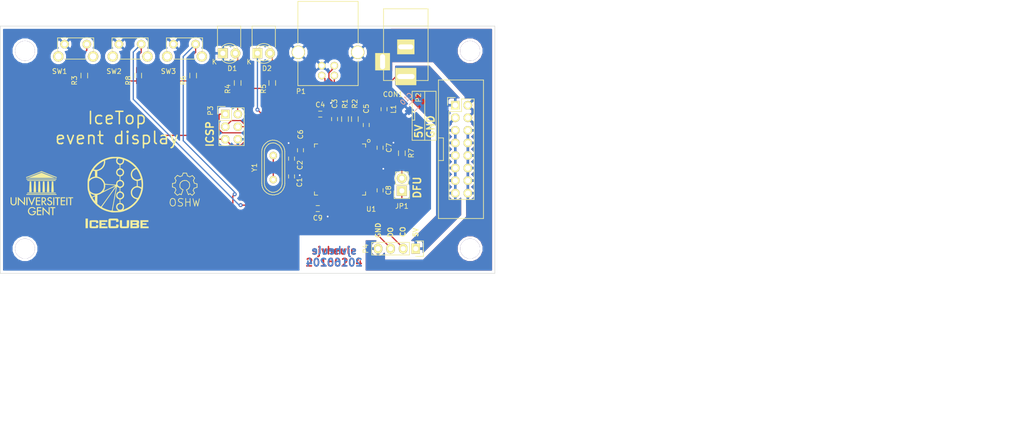
<source format=kicad_pcb>
(kicad_pcb (version 4) (host pcbnew 4.0.1-3.201512221402+6198~38~ubuntu14.04.1-stable)
  (title_block (title pocket-icetop) (date 2016-02-04) (rev 2) (company "Universiteit Gent") (comment 1 "Vakgroep Fysica en Sterrenkunde") (comment 2 "Sander Vanheule"))
  (layers (0 F.Cu signal) (31 B.Cu signal) (34 B.Paste user) (35 F.Paste user) (36 B.SilkS user) (37 F.SilkS user) (38 B.Mask user) (39 F.Mask user) (44 Edge.Cuts user))
  (net 0 "")
  (net 1 GND)
  (net 2 "Net-(C3-Pad1)")
  (net 3 "Net-(C4-Pad2)")
  (net 4 VCC)
  (net 5 "Net-(D1-Pad2)")
  (net 6 "Net-(D2-Pad1)")
  (net 7 "Net-(D2-Pad2)")
  (net 8 "Net-(JP1-Pad1)")
  (net 9 "Net-(JP1-Pad2)")
  (net 10 /MISO)
  (net 11 /SCK)
  (net 12 /MOSI)
  (net 13 /RESET)
  (net 14 LED_clk)
  (net 15 LED_dat)
  (net 16 /DEMO2)
  (net 17 /DEMO1)
  (net 18 "Net-(U1-Pad1)")
  (net 19 "Net-(U1-Pad12)")
  (net 20 "Net-(U1-Pad20)")
  (net 21 "Net-(U1-Pad25)")
  (net 22 "Net-(U1-Pad26)")
  (net 23 "Net-(U1-Pad27)")
  (net 24 "Net-(U1-Pad28)")
  (net 25 "Net-(U1-Pad29)")
  (net 26 "Net-(U1-Pad30)")
  (net 27 "Net-(U1-Pad31)")
  (net 28 "Net-(U1-Pad32)")
  (net 29 "Net-(U1-Pad36)")
  (net 30 "Net-(U1-Pad37)")
  (net 31 "Net-(U1-Pad38)")
  (net 32 "Net-(U1-Pad39)")
  (net 33 "Net-(U1-Pad40)")
  (net 34 "Net-(U1-Pad41)")
  (net 35 "Net-(U1-Pad42)")
  (net 36 /D+)
  (net 37 /D-)
  (net 38 /CONN-)
  (net 39 /CONN+)
  (net 40 /XTAL+)
  (net 41 /XTAL-)
  (net 42 +5VD)
  (module Housings_QFP:TQFP-44_10x10mm_Pitch0.8mm (layer F.Cu) (at 110.7 71 270)
    (fp_text reference U1 (at 8 -6.3 360) (layer F.SilkS))
    (fp_text value ATMEGA32U4-A)
    (pad 1 smd rect (at -5.7 -4 270) (size 1.5 0.55) (layers F.Cu F.Paste F.Mask) (net 18 "Net-(U1-Pad1)"))
    (pad 2 smd rect (at -5.7 -3.2 270) (size 1.5 0.55) (layers F.Cu F.Paste F.Mask) (net 42 +5VD))
    (pad 3 smd rect (at -5.7 -2.4 270) (size 1.5 0.55) (layers F.Cu F.Paste F.Mask) (net 37 /D-))
    (pad 4 smd rect (at -5.7 -1.6 270) (size 1.5 0.55) (layers F.Cu F.Paste F.Mask) (net 36 /D+))
    (pad 5 smd rect (at -5.7 -0.8 270) (size 1.5 0.55) (layers F.Cu F.Paste F.Mask) (net 1 GND))
    (pad 6 smd rect (at -5.7 0 270) (size 1.5 0.55) (layers F.Cu F.Paste F.Mask) (net 2 "Net-(C3-Pad1)"))
    (pad 7 smd rect (at -5.7 0.8 270) (size 1.5 0.55) (layers F.Cu F.Paste F.Mask) (net 3 "Net-(C4-Pad2)"))
    (pad 8 smd rect (at -5.7 1.6 270) (size 1.5 0.55) (layers F.Cu F.Paste F.Mask) (net 6 "Net-(D2-Pad1)"))
    (pad 9 smd rect (at -5.7 2.4 270) (size 1.5 0.55) (layers F.Cu F.Paste F.Mask) (net 11 /SCK))
    (pad 10 smd rect (at -5.7 3.2 270) (size 1.5 0.55) (layers F.Cu F.Paste F.Mask) (net 12 /MOSI))
    (pad 11 smd rect (at -5.7 4 270) (size 1.5 0.55) (layers F.Cu F.Paste F.Mask) (net 10 /MISO))
    (pad 12 smd rect (at -4 5.7) (size 1.5 0.55) (layers F.Cu F.Paste F.Mask) (net 19 "Net-(U1-Pad12)"))
    (pad 13 smd rect (at -3.2 5.7) (size 1.5 0.55) (layers F.Cu F.Paste F.Mask) (net 13 /RESET))
    (pad 14 smd rect (at -2.4 5.7) (size 1.5 0.55) (layers F.Cu F.Paste F.Mask) (net 42 +5VD))
    (pad 15 smd rect (at -1.6 5.7) (size 1.5 0.55) (layers F.Cu F.Paste F.Mask) (net 1 GND))
    (pad 16 smd rect (at -0.8 5.7) (size 1.5 0.55) (layers F.Cu F.Paste F.Mask) (net 41 /XTAL-))
    (pad 17 smd rect (at 0 5.7) (size 1.5 0.55) (layers F.Cu F.Paste F.Mask) (net 40 /XTAL+))
    (pad 18 smd rect (at 0.8 5.7) (size 1.5 0.55) (layers F.Cu F.Paste F.Mask) (net 17 /DEMO1))
    (pad 19 smd rect (at 1.6 5.7) (size 1.5 0.55) (layers F.Cu F.Paste F.Mask) (net 16 /DEMO2))
    (pad 20 smd rect (at 2.4 5.7) (size 1.5 0.55) (layers F.Cu F.Paste F.Mask) (net 20 "Net-(U1-Pad20)"))
    (pad 21 smd rect (at 3.2 5.7) (size 1.5 0.55) (layers F.Cu F.Paste F.Mask) (net 15 LED_dat))
    (pad 22 smd rect (at 4 5.7) (size 1.5 0.55) (layers F.Cu F.Paste F.Mask) (net 14 LED_clk))
    (pad 23 smd rect (at 5.7 4 270) (size 1.5 0.55) (layers F.Cu F.Paste F.Mask) (net 1 GND))
    (pad 24 smd rect (at 5.7 3.2 270) (size 1.5 0.55) (layers F.Cu F.Paste F.Mask) (net 42 +5VD))
    (pad 25 smd rect (at 5.7 2.4 270) (size 1.5 0.55) (layers F.Cu F.Paste F.Mask) (net 21 "Net-(U1-Pad25)"))
    (pad 26 smd rect (at 5.7 1.6 270) (size 1.5 0.55) (layers F.Cu F.Paste F.Mask) (net 22 "Net-(U1-Pad26)"))
    (pad 27 smd rect (at 5.7 0.8 270) (size 1.5 0.55) (layers F.Cu F.Paste F.Mask) (net 23 "Net-(U1-Pad27)"))
    (pad 28 smd rect (at 5.7 0 270) (size 1.5 0.55) (layers F.Cu F.Paste F.Mask) (net 24 "Net-(U1-Pad28)"))
    (pad 29 smd rect (at 5.7 -0.8 270) (size 1.5 0.55) (layers F.Cu F.Paste F.Mask) (net 25 "Net-(U1-Pad29)"))
    (pad 30 smd rect (at 5.7 -1.6 270) (size 1.5 0.55) (layers F.Cu F.Paste F.Mask) (net 26 "Net-(U1-Pad30)"))
    (pad 31 smd rect (at 5.7 -2.4 270) (size 1.5 0.55) (layers F.Cu F.Paste F.Mask) (net 27 "Net-(U1-Pad31)"))
    (pad 32 smd rect (at 5.7 -3.2 270) (size 1.5 0.55) (layers F.Cu F.Paste F.Mask) (net 28 "Net-(U1-Pad32)"))
    (pad 33 smd rect (at 5.7 -4 270) (size 1.5 0.55) (layers F.Cu F.Paste F.Mask) (net 8 "Net-(JP1-Pad1)"))
    (pad 34 smd rect (at 4 -5.7) (size 1.5 0.55) (layers F.Cu F.Paste F.Mask) (net 42 +5VD))
    (pad 35 smd rect (at 3.2 -5.7) (size 1.5 0.55) (layers F.Cu F.Paste F.Mask) (net 1 GND))
    (pad 36 smd rect (at 2.4 -5.7) (size 1.5 0.55) (layers F.Cu F.Paste F.Mask) (net 29 "Net-(U1-Pad36)"))
    (pad 37 smd rect (at 1.6 -5.7) (size 1.5 0.55) (layers F.Cu F.Paste F.Mask) (net 30 "Net-(U1-Pad37)"))
    (pad 38 smd rect (at 0.8 -5.7) (size 1.5 0.55) (layers F.Cu F.Paste F.Mask) (net 31 "Net-(U1-Pad38)"))
    (pad 39 smd rect (at 0 -5.7) (size 1.5 0.55) (layers F.Cu F.Paste F.Mask) (net 32 "Net-(U1-Pad39)"))
    (pad 40 smd rect (at -0.8 -5.7) (size 1.5 0.55) (layers F.Cu F.Paste F.Mask) (net 33 "Net-(U1-Pad40)"))
    (pad 41 smd rect (at -1.6 -5.7) (size 1.5 0.55) (layers F.Cu F.Paste F.Mask) (net 34 "Net-(U1-Pad41)"))
    (pad 42 smd rect (at -2.4 -5.7) (size 1.5 0.55) (layers F.Cu F.Paste F.Mask) (net 35 "Net-(U1-Pad42)"))
    (pad 43 smd rect (at -3.2 -5.7) (size 1.5 0.55) (layers F.Cu F.Paste F.Mask) (net 1 GND))
    (pad 44 smd rect (at -4 -5.7) (size 1.5 0.55) (layers F.Cu F.Paste F.Mask) (net 42 +5VD))
  )
  (module Connect:BARREL_JACK (layer F.Cu) (at 124 46 270)
    (fp_text reference CON1 (at 9.8 2.6 360) (layer F.SilkS))
    (fp_text value 5V_DC)
    (pad 1 thru_hole rect (at 6.20014 0 270) (size 3.50012 4.25) (drill oval 1.02 3.56) (layers *.Cu *.Mask F.SilkS) (net 4 VCC))
    (pad 2 thru_hole rect (at 0.20066 0 270) (size 3 3.5) (drill oval 1 3.05) (layers *.Cu *.Mask F.SilkS) (net 1 GND))
    (pad 3 thru_hole rect (at 3.2004 4.699 270) (size 3.5 3) (drill oval 3.05 1) (layers *.Cu *.Mask F.SilkS) (net 1 GND))
  )
  (module LEDs:LED-3MM (layer F.Cu) (at 94 47.5)
    (fp_text reference D2 (at 1.91 3.06) (layer F.SilkS))
    (fp_text value USB_ACT)
    (fp_text user K (at -1.69 1.74) (layer F.SilkS))
    (pad 1 thru_hole rect (at 0 0 90) (size 2 2) (drill 1.00076) (layers *.Cu *.Mask F.SilkS) (net 6 "Net-(D2-Pad1)"))
    (pad 2 thru_hole circle (at 2.54 0) (size 2 2) (drill 1.00076) (layers *.Cu *.Mask F.SilkS) (net 7 "Net-(D2-Pad2)"))
  )
  (module LEDs:LED-3MM (layer F.Cu) (at 87 47.5)
    (fp_text reference D1 (at 1.91 3.06) (layer F.SilkS))
    (fp_text value POWER)
    (fp_text user K (at -1.69 1.74) (layer F.SilkS))
    (pad 1 thru_hole rect (at 0 0 90) (size 2 2) (drill 1.00076) (layers *.Cu *.Mask F.SilkS) (net 1 GND))
    (pad 2 thru_hole circle (at 2.54 0) (size 2 2) (drill 1.00076) (layers *.Cu *.Mask F.SilkS) (net 5 "Net-(D1-Pad2)"))
  )
  (module Crystals:Crystal_HC49-U_Vertical (layer F.Cu) (at 97.2 70.6 90)
    (fp_text reference Y1 (at 0 -3.81 90) (layer F.SilkS))
    (fp_text value Crystal)
    (pad 1 thru_hole circle (at -2.44094 0 90) (size 1.50114 1.50114) (drill 0.8001) (layers *.Cu *.Mask F.SilkS) (net 40 /XTAL+))
    (pad 2 thru_hole circle (at 2.44094 0 90) (size 1.50114 1.50114) (drill 0.8001) (layers *.Cu *.Mask F.SilkS) (net 41 /XTAL-))
  )
  (module Resistors_SMD:R_0603_HandSoldering (layer F.Cu) (at 113.7 60.8 90)
    (fp_text reference R2 (at 3.1 0 90) (layer F.SilkS))
    (fp_text value 22)
    (pad 1 smd rect (at -1.1 0 90) (size 1.2 0.9) (layers F.Cu F.Paste F.Mask) (net 37 /D-))
    (pad 2 smd rect (at 1.1 0 90) (size 1.2 0.9) (layers F.Cu F.Paste F.Mask) (net 38 /CONN-))
  )
  (module Mounting_Holes:MountingHole_4mm (layer F.Cu) (at 137 87)
    (fp_text reference REF** hide)
    (fp_text value MountingHole_4mm hide)
    (pad 1 thru_hole circle (at 0 0) (size 4 4) (drill 4) (layers))
  )
  (module Mounting_Holes:MountingHole_4mm (layer F.Cu) (at 137 47)
    (fp_text reference REF** hide)
    (fp_text value MountingHole_4mm hide)
    (pad 1 thru_hole circle (at 0 0) (size 4 4) (drill 4) (layers))
  )
  (module Mounting_Holes:MountingHole_4mm (layer F.Cu) (at 47 47)
    (fp_text reference REF** hide)
    (fp_text value MountingHole_4mm hide)
    (pad 1 thru_hole circle (at 0 0) (size 4 4) (drill 4) (layers))
  )
  (module Mounting_Holes:MountingHole_4mm (layer F.Cu) (at 47 87)
    (fp_text reference REF** hide)
    (fp_text value MountingHole_4mm hide)
    (pad 1 thru_hole circle (at 0 0) (size 4 4) (drill 4) (layers))
  )
  (module Capacitors_SMD:C_0603_HandSoldering (layer F.Cu) (at 100.9 72.4 270)
    (fp_text reference C1 (at 1.2 -1.6 270) (layer F.SilkS))
    (fp_text value 6p)
    (pad 1 smd rect (at -0.95 0 270) (size 1.2 0.75) (layers F.Cu F.Paste F.Mask) (net 40 /XTAL+))
    (pad 2 smd rect (at 0.95 0 270) (size 1.2 0.75) (layers F.Cu F.Paste F.Mask) (net 1 GND))
  )
  (module Capacitors_SMD:C_0603_HandSoldering (layer F.Cu) (at 100.9 68.8 90)
    (fp_text reference C2 (at -1.3 1.7 90) (layer F.SilkS))
    (fp_text value 6p)
    (pad 1 smd rect (at -0.95 0 90) (size 1.2 0.75) (layers F.Cu F.Paste F.Mask) (net 41 /XTAL-))
    (pad 2 smd rect (at 0.95 0 90) (size 1.2 0.75) (layers F.Cu F.Paste F.Mask) (net 1 GND))
  )
  (module Capacitors_SMD:C_0603_HandSoldering (layer F.Cu) (at 109.6 60.8 90)
    (fp_text reference C3 (at 3.1 0 90) (layer F.SilkS))
    (fp_text value 1u)
    (pad 1 smd rect (at -0.95 0 90) (size 1.2 0.75) (layers F.Cu F.Paste F.Mask) (net 2 "Net-(C3-Pad1)"))
    (pad 2 smd rect (at 0.95 0 90) (size 1.2 0.75) (layers F.Cu F.Paste F.Mask) (net 1 GND))
  )
  (module Capacitors_SMD:C_0603_HandSoldering (layer F.Cu) (at 106.7 59.8)
    (fp_text reference C4 (at 0 -1.9) (layer F.SilkS))
    (fp_text value 10u)
    (pad 1 smd rect (at -0.95 0) (size 1.2 0.75) (layers F.Cu F.Paste F.Mask) (net 1 GND))
    (pad 2 smd rect (at 0.95 0) (size 1.2 0.75) (layers F.Cu F.Paste F.Mask) (net 3 "Net-(C4-Pad2)"))
  )
  (module Capacitors_SMD:C_0603_HandSoldering (layer F.Cu) (at 116 62 90)
    (fp_text reference C5 (at 3.3 0 90) (layer F.SilkS))
    (fp_text value 100n)
    (pad 1 smd rect (at -0.95 0 90) (size 1.2 0.75) (layers F.Cu F.Paste F.Mask) (net 42 +5VD))
    (pad 2 smd rect (at 0.95 0 90) (size 1.2 0.75) (layers F.Cu F.Paste F.Mask) (net 1 GND))
  )
  (module Capacitors_SMD:C_0603_HandSoldering (layer F.Cu) (at 102.7 67.1 270)
    (fp_text reference C6 (at -3.2 0 270) (layer F.SilkS))
    (fp_text value 100n)
    (pad 1 smd rect (at -0.95 0 270) (size 1.2 0.75) (layers F.Cu F.Paste F.Mask) (net 42 +5VD))
    (pad 2 smd rect (at 0.95 0 270) (size 1.2 0.75) (layers F.Cu F.Paste F.Mask) (net 1 GND))
  )
  (module Capacitors_SMD:C_0603_HandSoldering (layer F.Cu) (at 118.8 66.6 270)
    (fp_text reference C7 (at 0 -1.8 270) (layer F.SilkS))
    (fp_text value 100n)
    (pad 1 smd rect (at -0.95 0 270) (size 1.2 0.75) (layers F.Cu F.Paste F.Mask) (net 42 +5VD))
    (pad 2 smd rect (at 0.95 0 270) (size 1.2 0.75) (layers F.Cu F.Paste F.Mask) (net 1 GND))
  )
  (module Capacitors_SMD:C_0603_HandSoldering (layer F.Cu) (at 118.8 75.2 90)
    (fp_text reference C8 (at 0 1.7 90) (layer F.SilkS))
    (fp_text value 100n)
    (pad 1 smd rect (at -0.95 0 90) (size 1.2 0.75) (layers F.Cu F.Paste F.Mask) (net 42 +5VD))
    (pad 2 smd rect (at 0.95 0 90) (size 1.2 0.75) (layers F.Cu F.Paste F.Mask) (net 1 GND))
  )
  (module Capacitors_SMD:C_0603_HandSoldering (layer F.Cu) (at 106.2 78.9 180)
    (fp_text reference C9 (at 0 -1.9 180) (layer F.SilkS))
    (fp_text value 100n)
    (pad 1 smd rect (at -0.95 0 180) (size 1.2 0.75) (layers F.Cu F.Paste F.Mask) (net 42 +5VD))
    (pad 2 smd rect (at 0.95 0 180) (size 1.2 0.75) (layers F.Cu F.Paste F.Mask) (net 1 GND))
  )
  (module Pin_Headers:Pin_Header_Straight_1x02 (layer F.Cu) (at 123.2 75.3 180)
    (fp_text reference JP1 (at 0 -3.1 180) (layer F.SilkS))
    (fp_text value JUMPER)
    (pad 1 thru_hole rect (at 0 0 180) (size 2.032 2.032) (drill 1.016) (layers *.Cu *.Mask F.SilkS) (net 8 "Net-(JP1-Pad1)"))
    (pad 2 thru_hole oval (at 0 2.54 180) (size 2.032 2.032) (drill 1.016) (layers *.Cu *.Mask F.SilkS) (net 9 "Net-(JP1-Pad2)"))
  )
  (module Pin_Headers:Pin_Header_Straight_2x03 (layer F.Cu) (at 87.5 59.8)
    (fp_text reference P3 (at -3 -0.7 90) (layer F.SilkS))
    (fp_text value ICSP)
    (pad 1 thru_hole rect (at 0 0) (size 1.7272 1.7272) (drill 1.016) (layers *.Cu *.Mask F.SilkS) (net 10 /MISO))
    (pad 2 thru_hole oval (at 2.54 0) (size 1.7272 1.7272) (drill 1.016) (layers *.Cu *.Mask F.SilkS) (net 4 VCC))
    (pad 3 thru_hole oval (at 0 2.54) (size 1.7272 1.7272) (drill 1.016) (layers *.Cu *.Mask F.SilkS) (net 11 /SCK))
    (pad 4 thru_hole oval (at 2.54 2.54) (size 1.7272 1.7272) (drill 1.016) (layers *.Cu *.Mask F.SilkS) (net 12 /MOSI))
    (pad 5 thru_hole oval (at 0 5.08) (size 1.7272 1.7272) (drill 1.016) (layers *.Cu *.Mask F.SilkS) (net 13 /RESET))
    (pad 6 thru_hole oval (at 2.54 5.08) (size 1.7272 1.7272) (drill 1.016) (layers *.Cu *.Mask F.SilkS) (net 1 GND))
  )
  (module Pin_Headers:Pin_Header_Straight_1x04 (layer F.Cu) (at 126 87 270)
    (fp_text reference P4 (at 0 10.1 270) (layer F.SilkS))
    (fp_text value LED_STRIP)
    (pad 1 thru_hole rect (at 0 0 270) (size 2.032 1.7272) (drill 1.016) (layers *.Cu *.Mask F.SilkS) (net 4 VCC))
    (pad 2 thru_hole oval (at 0 2.54 270) (size 2.032 1.7272) (drill 1.016) (layers *.Cu *.Mask F.SilkS) (net 14 LED_clk))
    (pad 3 thru_hole oval (at 0 5.08 270) (size 2.032 1.7272) (drill 1.016) (layers *.Cu *.Mask F.SilkS) (net 15 LED_dat))
    (pad 4 thru_hole oval (at 0 7.62 270) (size 2.032 1.7272) (drill 1.016) (layers *.Cu *.Mask F.SilkS) (net 1 GND))
  )
  (module Resistors_SMD:R_0603_HandSoldering (layer F.Cu) (at 111.7 60.8 90)
    (fp_text reference R1 (at 3.1 0 90) (layer F.SilkS))
    (fp_text value 22)
    (pad 1 smd rect (at -1.1 0 90) (size 1.2 0.9) (layers F.Cu F.Paste F.Mask) (net 36 /D+))
    (pad 2 smd rect (at 1.1 0 90) (size 1.2 0.9) (layers F.Cu F.Paste F.Mask) (net 39 /CONN+))
  )
  (module Resistors_SMD:R_0603_HandSoldering (layer F.Cu) (at 59 52 270)
    (fp_text reference R3 (at 1 2 270) (layer F.SilkS))
    (fp_text value 10k)
    (pad 1 smd rect (at -1.1 0 270) (size 1.2 0.9) (layers F.Cu F.Paste F.Mask) (net 13 /RESET))
    (pad 2 smd rect (at 1.1 0 270) (size 1.2 0.9) (layers F.Cu F.Paste F.Mask) (net 4 VCC))
  )
  (module Resistors_SMD:R_0603_HandSoldering (layer F.Cu) (at 90 53.5 90)
    (fp_text reference R4 (at -1.2 -2 90) (layer F.SilkS))
    (fp_text value 1k)
    (pad 1 smd rect (at -1.1 0 90) (size 1.2 0.9) (layers F.Cu F.Paste F.Mask) (net 4 VCC))
    (pad 2 smd rect (at 1.1 0 90) (size 1.2 0.9) (layers F.Cu F.Paste F.Mask) (net 5 "Net-(D1-Pad2)"))
  )
  (module Resistors_SMD:R_0603_HandSoldering (layer F.Cu) (at 97 53.5 90)
    (fp_text reference R5 (at -1.2 -1.8 90) (layer F.SilkS))
    (fp_text value 1k)
    (pad 1 smd rect (at -1.1 0 90) (size 1.2 0.9) (layers F.Cu F.Paste F.Mask) (net 4 VCC))
    (pad 2 smd rect (at 1.1 0 90) (size 1.2 0.9) (layers F.Cu F.Paste F.Mask) (net 7 "Net-(D2-Pad2)"))
  )
  (module Resistors_SMD:R_0603_HandSoldering (layer F.Cu) (at 81 52 270)
    (fp_text reference R6 (at 1 2 270) (layer F.SilkS))
    (fp_text value 10k)
    (pad 1 smd rect (at -1.1 0 270) (size 1.2 0.9) (layers F.Cu F.Paste F.Mask) (net 16 /DEMO2))
    (pad 2 smd rect (at 1.1 0 270) (size 1.2 0.9) (layers F.Cu F.Paste F.Mask) (net 4 VCC))
  )
  (module Resistors_SMD:R_0603_HandSoldering (layer F.Cu) (at 123.2 67.7 270)
    (fp_text reference R7 (at 0 -1.9 270) (layer F.SilkS))
    (fp_text value 10k)
    (pad 1 smd rect (at -1.1 0 270) (size 1.2 0.9) (layers F.Cu F.Paste F.Mask) (net 1 GND))
    (pad 2 smd rect (at 1.1 0 270) (size 1.2 0.9) (layers F.Cu F.Paste F.Mask) (net 9 "Net-(JP1-Pad2)"))
  )
  (module Resistors_SMD:R_0603_HandSoldering (layer F.Cu) (at 69.9 52 270)
    (fp_text reference R8 (at 1 2 270) (layer F.SilkS))
    (fp_text value 10k)
    (pad 1 smd rect (at -1.1 0 270) (size 1.2 0.9) (layers F.Cu F.Paste F.Mask) (net 17 /DEMO1))
    (pad 2 smd rect (at 1.1 0 270) (size 1.2 0.9) (layers F.Cu F.Paste F.Mask) (net 4 VCC))
  )
  (module Symbols:Symbol_OSHW-Logo_SilkScreen (layer F.Cu) (at 79.3 74.2)
    (fp_text reference REF** hide)
    (fp_text value Symbol_OSHW-Logo_SilkScreen)
  )
  (module pocket-icetop:IDC_socket_2x08 (layer F.Cu) (at 134 58)
    (fp_text reference P2 (at -7.446 -1.55 90) (layer F.SilkS))
    (fp_text value LED_POWER)
    (pad 1 thru_hole rect (at 0 0) (size 1.7272 1.7272) (drill 1.1) (layers *.Cu *.Mask F.SilkS) (net 4 VCC))
    (pad 2 thru_hole circle (at 2.54 0) (size 1.75 1.75) (drill 1.1) (layers *.Cu *.Mask F.SilkS) (net 1 GND))
    (pad 3 thru_hole circle (at 0 2.54) (size 1.75 1.75) (drill 1.1) (layers *.Cu *.Mask F.SilkS) (net 4 VCC))
    (pad 4 thru_hole circle (at 2.54 2.54) (size 1.75 1.75) (drill 1.1) (layers *.Cu *.Mask F.SilkS) (net 1 GND))
    (pad 5 thru_hole oval (at 0 5.08) (size 1.75 1.75) (drill 1.1) (layers *.Cu *.Mask F.SilkS) (net 4 VCC))
    (pad 6 thru_hole oval (at 2.54 5.08) (size 1.75 1.75) (drill 1.1) (layers *.Cu *.Mask F.SilkS) (net 1 GND))
    (pad 7 thru_hole oval (at 0 7.62) (size 1.75 1.75) (drill 1.1) (layers *.Cu *.Mask F.SilkS) (net 4 VCC))
    (pad 8 thru_hole oval (at 2.54 7.62) (size 1.75 1.75) (drill 1.1) (layers *.Cu *.Mask F.SilkS) (net 1 GND))
    (pad 9 thru_hole oval (at 0 10.16) (size 1.75 1.75) (drill 1.1) (layers *.Cu *.Mask F.SilkS) (net 4 VCC))
    (pad 10 thru_hole oval (at 2.54 10.16) (size 1.75 1.75) (drill 1.1) (layers *.Cu *.Mask F.SilkS) (net 1 GND))
    (pad 11 thru_hole oval (at 0 12.7) (size 1.75 1.75) (drill 1.1) (layers *.Cu *.Mask F.SilkS) (net 4 VCC))
    (pad 12 thru_hole oval (at 2.54 12.7) (size 1.75 1.75) (drill 1.1) (layers *.Cu *.Mask F.SilkS) (net 1 GND))
    (pad 13 thru_hole oval (at 0 15.24) (size 1.75 1.75) (drill 1.1) (layers *.Cu *.Mask F.SilkS) (net 4 VCC))
    (pad 14 thru_hole oval (at 2.54 15.24) (size 1.75 1.75) (drill 1.1) (layers *.Cu *.Mask F.SilkS) (net 1 GND))
    (pad 15 thru_hole oval (at 0 17.78) (size 1.75 1.75) (drill 1.1) (layers *.Cu *.Mask F.SilkS) (net 4 VCC))
    (pad 16 thru_hole oval (at 2.54 17.78) (size 1.75 1.75) (drill 1.1) (layers *.Cu *.Mask F.SilkS) (net 1 GND))
  )
  (module pocket-icetop:SW_Tactile_SPST_Angled (layer F.Cu) (at 55 45.65)
    (fp_text reference SW1 (at -1 5.5) (layer F.SilkS))
    (fp_text value RESET)
    (pad "" thru_hole circle (at 5.76 2.49) (size 2.1 2.1) (drill 1.3) (layers *.Cu *.Mask F.SilkS))
    (pad 2 thru_hole circle (at 4.5 0) (size 1.75 1.75) (drill 1) (layers *.Cu *.Mask F.SilkS) (net 13 /RESET))
    (pad 1 thru_hole circle (at 0 0) (size 1.75 1.75) (drill 1) (layers *.Cu *.Mask F.SilkS) (net 1 GND))
    (pad "" thru_hole circle (at -1.25 2.49) (size 2.1 2.1) (drill 1.3) (layers *.Cu *.Mask F.SilkS))
  )
  (module pocket-icetop:SW_Tactile_SPST_Angled (layer F.Cu) (at 66 45.65)
    (fp_text reference SW2 (at -1 5.5) (layer F.SilkS))
    (fp_text value SW_DEMO1)
    (pad "" thru_hole circle (at 5.76 2.49) (size 2.1 2.1) (drill 1.3) (layers *.Cu *.Mask F.SilkS))
    (pad 2 thru_hole circle (at 4.5 0) (size 1.75 1.75) (drill 1) (layers *.Cu *.Mask F.SilkS) (net 17 /DEMO1))
    (pad 1 thru_hole circle (at 0 0) (size 1.75 1.75) (drill 1) (layers *.Cu *.Mask F.SilkS) (net 1 GND))
    (pad "" thru_hole circle (at -1.25 2.49) (size 2.1 2.1) (drill 1.3) (layers *.Cu *.Mask F.SilkS))
  )
  (module pocket-icetop:SW_Tactile_SPST_Angled (layer F.Cu) (at 77 45.65)
    (fp_text reference SW3 (at -1 5.5) (layer F.SilkS))
    (fp_text value SW_DEMO2)
    (pad "" thru_hole circle (at 5.76 2.49) (size 2.1 2.1) (drill 1.3) (layers *.Cu *.Mask F.SilkS))
    (pad 2 thru_hole circle (at 4.5 0) (size 1.75 1.75) (drill 1) (layers *.Cu *.Mask F.SilkS) (net 16 /DEMO2))
    (pad 1 thru_hole circle (at 0 0) (size 1.75 1.75) (drill 1) (layers *.Cu *.Mask F.SilkS) (net 1 GND))
    (pad "" thru_hole circle (at -1.25 2.49) (size 2.1 2.1) (drill 1.3) (layers *.Cu *.Mask F.SilkS))
  )
  (module pocket-icetop:USB_B (layer F.Cu) (at 107 52 90)
    (fp_text reference P1 (at -3.2 -4.2 180) (layer F.SilkS))
    (fp_text value USB_B)
    (pad 2 thru_hole circle (at 0 2.54) (size 1.524 1.524) (drill 0.95) (layers *.Cu *.Mask F.SilkS) (net 38 /CONN-))
    (pad 1 thru_hole circle (at 0 0) (size 1.524 1.524) (drill 0.95) (layers *.Cu *.Mask F.SilkS) (net 3 "Net-(C4-Pad2)"))
    (pad 4 thru_hole circle (at 1.99898 0) (size 1.524 1.524) (drill 0.95) (layers *.Cu *.Mask F.SilkS) (net 1 GND))
    (pad 3 thru_hole circle (at 1.99898 2.54) (size 1.524 1.524) (drill 0.95) (layers *.Cu *.Mask F.SilkS) (net 39 /CONN+))
    (pad 5 thru_hole circle (at 4.699 7.26948) (size 2.70002 2.70002) (drill 2.30124) (layers *.Cu *.Mask F.SilkS) (net 1 GND))
    (pad 5 thru_hole circle (at 4.699 -4.72948) (size 2.70002 2.70002) (drill 2.30124) (layers *.Cu *.Mask F.SilkS) (net 1 GND))
  )
  (module pocket-icetop:ugent-logo (layer F.Cu) (at 50.4 75.8)
    (fp_text reference G*** hide)
    (fp_text value LOGO hide)
  )
  (module pocket-icetop:icecube-logo (layer F.Cu) (at 65.6 76)
    (fp_text reference G*** hide)
    (fp_text value IceCube hide)
  )
  (module Capacitors_SMD:C_0805_HandSoldering (layer B.Cu) (at 125.6 58.2 225)
    (fp_text reference C10 (at 0 2.1 225) (layer B.SilkS) (effects (justify mirror)))
    (fp_text value 1u)
    (pad 1 smd rect (at -1.25 0 225) (size 1.5 1.25) (layers B.Cu B.Paste B.Mask) (net 4 VCC))
    (pad 2 smd rect (at 1.25 0 225) (size 1.5 1.25) (layers B.Cu B.Paste B.Mask) (net 1 GND))
  )
  (module pocket-icetop:L_0603_HandSoldering (layer F.Cu) (at 119.6 58.8 270)
    (fp_text reference L1 (at 0 -1.9 270) (layer F.SilkS))
    (fp_text value ferrite)
    (pad 1 smd rect (at -0.95 0 270) (size 1.2 0.75) (layers F.Cu F.Paste F.Mask) (net 4 VCC))
    (pad 2 smd rect (at 0.95 0 270) (size 1.2 0.75) (layers F.Cu F.Paste F.Mask) (net 42 +5VD))
  )
  (gr_text "sjvheule\n20160204" (at 109.5 88.6) (layer F.Cu) (effects (font (size 1.5 1.5) (thickness 0.3))))
  (gr_text "sjvheule\n20160204" (at 109.5 88.6) (layer B.Cu) (effects (font (size 1.5 1.5) (thickness 0.3)) (justify mirror)))
  (gr_line (start 125.792 59.244) (end 125.284 59.244) (layer F.SilkS) (width 0.15))
  (gr_line (start 125.792 61.022) (end 125.792 59.244) (layer F.SilkS) (width 0.15))
  (gr_line (start 125.284 61.022) (end 125.792 61.022) (layer F.SilkS) (width 0.15))
  (gr_line (start 127.824 65.086) (end 127.824 55.18) (layer F.SilkS) (width 0.15))
  (gr_line (start 125.284 65.086) (end 130.11 65.086) (layer F.SilkS) (width 0.15))
  (gr_line (start 130.11 55.18) (end 130.11 65.086) (layer F.SilkS) (width 0.15))
  (gr_line (start 125.284 55.18) (end 130.11 55.18) (layer F.SilkS) (width 0.15))
  (gr_line (start 125.284 65.086) (end 125.284 55.18) (layer F.SilkS) (width 0.15))
  (gr_text "5V\nGND" (at 127.824 64.832 90) (layer F.SilkS) (effects (font (size 1.5 1.5) (thickness 0.3)) (justify left)))
  (gr_text GND (at 118.4 84.946 90) (layer F.SilkS) (effects (font (size 1 1) (thickness 0.2)) (justify left)))
  (gr_text DO (at 120.9 84.846 90) (layer F.SilkS) (effects (font (size 1 1) (thickness 0.2)) (justify left)))
  (gr_text CO (at 123.4 84.746 90) (layer F.SilkS) (effects (font (size 1 1) (thickness 0.2)) (justify left)))
  (gr_text 5V (at 126 84.746 90) (layer F.SilkS) (effects (font (size 1 1) (thickness 0.2)) (justify left)))
  (gr_text DFU (at 126.3 77.024 90) (layer F.SilkS) (effects (font (size 1.5 1.5) (thickness 0.3)) (justify left)))
  (gr_text ICSP (at 84.39 66.61 90) (layer F.SilkS) (effects (font (size 1.5 1.5) (thickness 0.3)) (justify left)))
  (gr_text "IceTop\nevent display" (at 65.6 62.6) (layer F.SilkS) (effects (font (size 2.5 2.5) (thickness 0.3))))
  (gr_line (start 42 92) (end 42 42) (layer Edge.Cuts) (width 0.1))
  (gr_line (start 142 92) (end 42 92) (layer Edge.Cuts) (width 0.1))
  (gr_line (start 142 42) (end 142 92) (layer Edge.Cuts) (width 0.1))
  (gr_line (start 42 42) (end 142 42) (layer Edge.Cuts) (width 0.1))
  (segment (start 105.25 78.9) (end 105.475 78.9) (width 0.25) (layer F.Cu) (net 1))
  (segment (start 105.475 78.9) (end 107.075 80.5) (width 0.25) (layer F.Cu) (net 1))
  (segment (start 107.075 80.5) (end 108.2 80.5) (width 0.25) (layer F.Cu) (net 1))
  (via (at 108.2 80.5) (size 0.8) (drill 0.35) (layers F.Cu B.Cu) (net 1))
  (segment (start 119.45 70.85) (end 118.8 71.5) (width 0.25) (layer F.Cu) (net 1))
  (segment (start 118.8 71.5) (end 118.8 74.25) (width 0.25) (layer F.Cu) (net 1))
  (segment (start 118.8 67.55) (end 118.8 70.2) (width 0.25) (layer F.Cu) (net 1))
  (segment (start 118.8 70.2) (end 119.45 70.85) (width 0.25) (layer F.Cu) (net 1))
  (via (at 119.45 70.85) (size 0.8) (drill 0.35) (layers F.Cu B.Cu) (net 1))
  (segment (start 109.6 59.85) (end 109.6 58.3) (width 0.25) (layer F.Cu) (net 1))
  (segment (start 109.6 58.3) (end 108.85 57.55) (width 0.25) (layer F.Cu) (net 1))
  (via (at 108.85 57.55) (size 0.8) (drill 0.35) (layers F.Cu B.Cu) (net 1))
  (segment (start 121.5 65.57501) (end 121.72499 65.8) (width 0.25) (layer B.Cu) (net 1))
  (segment (start 123.2 66.6) (end 122.52499 66.6) (width 0.25) (layer F.Cu) (net 1))
  (segment (start 122.52499 66.6) (end 121.5 65.57501) (width 0.25) (layer F.Cu) (net 1))
  (via (at 121.5 65.57501) (size 0.8) (drill 0.35) (layers F.Cu B.Cu) (net 1))
  (segment (start 123.15 66.7) (end 123.2 66.75) (width 0.25) (layer F.Cu) (net 1))
  (segment (start 123.2 66.75) (end 123.2 66.6) (width 0.25) (layer F.Cu) (net 1))
  (segment (start 102.5 67.85) (end 102.7 68.05) (width 0.25) (layer F.Cu) (net 1))
  (segment (start 109.6 59.85) (end 110.225 59.85) (width 0.25) (layer F.Cu) (net 1))
  (segment (start 110.225 59.85) (end 111.175 60.8) (width 0.25) (layer F.Cu) (net 1))
  (segment (start 109.6 59.85) (end 109.6 60.075) (width 0.25) (layer F.Cu) (net 1))
  (segment (start 109.6 60.075) (end 110.874999 61.349999) (width 0.25) (layer F.Cu) (net 1))
  (segment (start 110.874999 61.349999) (end 110.874999 63.674999) (width 0.25) (layer F.Cu) (net 1))
  (segment (start 110.874999 63.674999) (end 111.5 64.3) (width 0.25) (layer F.Cu) (net 1))
  (segment (start 105.4 51.60102) (end 105.4 59.8) (width 0.25) (layer F.Cu) (net 1))
  (segment (start 106.175 76.7) (end 106.7 76.7) (width 0.25) (layer F.Cu) (net 1))
  (segment (start 116.4 74.2) (end 118.75 74.2) (width 0.25) (layer F.Cu) (net 1))
  (segment (start 116.4 67.8) (end 118.55 67.8) (width 0.25) (layer F.Cu) (net 1))
  (segment (start 105 69.4) (end 103.825 69.4) (width 0.25) (layer F.Cu) (net 1))
  (segment (start 111.5 64.3) (end 111.5 65.3) (width 0.25) (layer F.Cu) (net 1))
  (segment (start 107 50.00102) (end 105.4 51.60102) (width 0.25) (layer F.Cu) (net 1))
  (segment (start 105.25 77.625) (end 106.175 76.7) (width 0.25) (layer F.Cu) (net 1))
  (segment (start 111.175 60.8) (end 115.8 60.8) (width 0.25) (layer F.Cu) (net 1))
  (segment (start 115.8 60.8) (end 116 61) (width 0.25) (layer F.Cu) (net 1))
  (segment (start 116 61) (end 116 61.05) (width 0.25) (layer F.Cu) (net 1))
  (segment (start 118.8 74.25) (end 118.8 74.475) (width 0.25) (layer F.Cu) (net 1))
  (segment (start 105.25 78.9) (end 105.25 77.625) (width 0.25) (layer F.Cu) (net 1))
  (segment (start 118.75 74.2) (end 118.8 74.25) (width 0.25) (layer F.Cu) (net 1))
  (segment (start 118.55 67.8) (end 118.8 67.55) (width 0.25) (layer F.Cu) (net 1))
  (segment (start 103.825 69.4) (end 102.7 68.275) (width 0.25) (layer F.Cu) (net 1))
  (segment (start 102.7 68.275) (end 102.7 68.05) (width 0.25) (layer F.Cu) (net 1))
  (segment (start 100.9 73.35) (end 101.35 73.35) (width 0.25) (layer F.Cu) (net 1))
  (segment (start 101.35 73.35) (end 102.55 72.15) (width 0.25) (layer F.Cu) (net 1))
  (via (at 102.55 72.15) (size 0.8) (drill 0.35) (layers F.Cu B.Cu) (net 1))
  (segment (start 100.9 67.85) (end 100.9 66.25) (width 0.25) (layer F.Cu) (net 1))
  (segment (start 100.9 66.25) (end 100.3 65.65) (width 0.25) (layer F.Cu) (net 1))
  (via (at 100.3 65.65) (size 0.8) (drill 0.35) (layers F.Cu B.Cu) (net 1))
  (segment (start 100.9 67.85) (end 102.5 67.85) (width 0.25) (layer F.Cu) (net 1))
  (segment (start 100.9 73.35) (end 100.9 73.125) (width 0.25) (layer F.Cu) (net 1))
  (segment (start 110.7 65.3) (end 110.7 64.20712) (width 0.25) (layer F.Cu) (net 2))
  (segment (start 110.7 64.20712) (end 109.6 63.10712) (width 0.25) (layer F.Cu) (net 2))
  (segment (start 109.6 63.10712) (end 109.6 61.75) (width 0.25) (layer F.Cu) (net 2))
  (segment (start 107.65 59.8) (end 107.65 62.149998) (width 0.25) (layer F.Cu) (net 3))
  (segment (start 107.65 62.149998) (end 109.9 64.399998) (width 0.25) (layer F.Cu) (net 3))
  (segment (start 109.9 64.399998) (end 109.9 65.3) (width 0.25) (layer F.Cu) (net 3))
  (segment (start 107.65 59.8) (end 107.65 52.65) (width 0.25) (layer F.Cu) (net 3))
  (segment (start 107.65 52.65) (end 107 52) (width 0.25) (layer F.Cu) (net 3))
  (segment (start 108 59.8) (end 107.65 59.8) (width 0.25) (layer F.Cu) (net 3))
  (segment (start 97 54.6) (end 99.2 54.6) (width 0.25) (layer F.Cu) (net 4))
  (segment (start 99.2 54.6) (end 106.15 47.65) (width 0.25) (layer F.Cu) (net 4))
  (segment (start 106.15 47.65) (end 110.95 47.65) (width 0.25) (layer F.Cu) (net 4))
  (segment (start 110.95 47.65) (end 116.80008 53.50008) (width 0.25) (layer F.Cu) (net 4))
  (segment (start 116.80008 53.50008) (end 120.7 53.50008) (width 0.25) (layer F.Cu) (net 4))
  (segment (start 119.6 54.60008) (end 120.7 53.50008) (width 0.25) (layer F.Cu) (net 4))
  (segment (start 120.7 53.50008) (end 121.99994 52.20014) (width 0.25) (layer F.Cu) (net 4))
  (segment (start 122.80014 53.4) (end 124 52.20014) (width 0.25) (layer B.Cu) (net 4))
  (segment (start 121.99994 52.20014) (end 124 52.20014) (width 0.25) (layer F.Cu) (net 4))
  (segment (start 119.6 57.85) (end 119.6 54.60008) (width 0.25) (layer F.Cu) (net 4))
  (segment (start 90 54.6) (end 97 54.6) (width 0.25) (layer F.Cu) (net 4))
  (segment (start 90 54.6) (end 90 59.76) (width 0.25) (layer F.Cu) (net 4))
  (segment (start 90 59.76) (end 90.04 59.8) (width 0.25) (layer F.Cu) (net 4))
  (segment (start 81 53.1) (end 88.65 53.1) (width 0.25) (layer F.Cu) (net 4))
  (segment (start 88.65 53.1) (end 90 54.45) (width 0.25) (layer F.Cu) (net 4))
  (segment (start 90 54.45) (end 90 54.6) (width 0.25) (layer F.Cu) (net 4))
  (segment (start 81 53.1) (end 69.9 53.1) (width 0.25) (layer F.Cu) (net 4))
  (segment (start 59 53.1) (end 69.9 53.1) (width 0.25) (layer F.Cu) (net 4))
  (segment (start 90 52.4) (end 90 47.96) (width 0.25) (layer F.Cu) (net 5))
  (segment (start 90 47.96) (end 89.54 47.5) (width 0.25) (layer F.Cu) (net 5))
  (segment (start 94 58.9) (end 94 47.5) (width 0.25) (layer B.Cu) (net 6))
  (segment (start 106.0471 61.33998) (end 96.43998 61.33998) (width 0.25) (layer F.Cu) (net 6))
  (segment (start 96.43998 61.33998) (end 94 58.9) (width 0.25) (layer F.Cu) (net 6))
  (via (at 94 58.9) (size 0.8) (drill 0.35) (layers F.Cu B.Cu) (net 6))
  (segment (start 109.1 65.3) (end 109.1 64.39288) (width 0.25) (layer F.Cu) (net 6))
  (segment (start 109.1 64.39288) (end 106.0471 61.33998) (width 0.25) (layer F.Cu) (net 6))
  (segment (start 97 52.4) (end 97 47.96) (width 0.25) (layer F.Cu) (net 7))
  (segment (start 97 47.96) (end 96.54 47.5) (width 0.25) (layer F.Cu) (net 7))
  (segment (start 114.7 76.7) (end 114.7 77.175) (width 0.25) (layer F.Cu) (net 8))
  (segment (start 114.7 77.175) (end 115.225 77.7) (width 0.25) (layer F.Cu) (net 8))
  (segment (start 115.225 77.7) (end 122.7 77.7) (width 0.25) (layer F.Cu) (net 8))
  (segment (start 122.7 77.7) (end 123.2 77.2) (width 0.25) (layer F.Cu) (net 8))
  (segment (start 123.2 77.2) (end 123.2 75.3) (width 0.25) (layer F.Cu) (net 8))
  (segment (start 123.2 72.76) (end 123.2 68.8) (width 0.25) (layer F.Cu) (net 9))
  (segment (start 106.7 65.3) (end 106.7 64.825) (width 0.25) (layer F.Cu) (net 10))
  (segment (start 86.261399 59.925001) (end 86.3864 59.8) (width 0.25) (layer F.Cu) (net 10))
  (segment (start 106.7 64.825) (end 105.453601 63.578601) (width 0.25) (layer F.Cu) (net 10))
  (segment (start 105.453601 63.578601) (end 86.905721 63.578601) (width 0.25) (layer F.Cu) (net 10))
  (segment (start 86.905721 63.578601) (end 86.261399 62.934279) (width 0.25) (layer F.Cu) (net 10))
  (segment (start 86.3864 59.8) (end 87.5 59.8) (width 0.25) (layer F.Cu) (net 10))
  (segment (start 86.261399 62.934279) (end 86.261399 59.925001) (width 0.25) (layer F.Cu) (net 10))
  (segment (start 87.5 62.34) (end 88.738601 61.101399) (width 0.25) (layer F.Cu) (net 11))
  (segment (start 88.738601 61.101399) (end 90.634529 61.101399) (width 0.25) (layer F.Cu) (net 11))
  (segment (start 90.634529 61.101399) (end 91.37312 61.83999) (width 0.25) (layer F.Cu) (net 11))
  (segment (start 91.37312 61.83999) (end 105.83999 61.83999) (width 0.25) (layer F.Cu) (net 11))
  (segment (start 105.83999 61.83999) (end 108.3 64.3) (width 0.25) (layer F.Cu) (net 11))
  (segment (start 108.3 64.3) (end 108.3 65.3) (width 0.25) (layer F.Cu) (net 11))
  (segment (start 90.04 62.34) (end 105.54 62.34) (width 0.25) (layer F.Cu) (net 12))
  (segment (start 105.54 62.34) (end 107.5 64.3) (width 0.25) (layer F.Cu) (net 12))
  (segment (start 107.5 64.3) (end 107.5 65.3) (width 0.25) (layer F.Cu) (net 12))
  (segment (start 57.7 55.7) (end 57.7 52.35) (width 0.25) (layer F.Cu) (net 13))
  (segment (start 57.7 52.35) (end 59 51.05) (width 0.25) (layer F.Cu) (net 13))
  (segment (start 59 51.05) (end 59 50.9) (width 0.25) (layer F.Cu) (net 13))
  (segment (start 66.1 64.1) (end 57.7 55.7) (width 0.25) (layer F.Cu) (net 13))
  (segment (start 85.498686 64.1) (end 66.1 64.1) (width 0.25) (layer F.Cu) (net 13))
  (segment (start 87.5 64.88) (end 86.278686 64.88) (width 0.25) (layer F.Cu) (net 13))
  (segment (start 86.278686 64.88) (end 85.498686 64.1) (width 0.25) (layer F.Cu) (net 13))
  (segment (start 103.778613 64.078611) (end 92.674519 64.078611) (width 0.25) (layer F.Cu) (net 13))
  (segment (start 92.674519 64.078611) (end 90.634529 66.118601) (width 0.25) (layer F.Cu) (net 13))
  (segment (start 88.738601 66.118601) (end 87.5 64.88) (width 0.25) (layer F.Cu) (net 13))
  (segment (start 90.634529 66.118601) (end 88.738601 66.118601) (width 0.25) (layer F.Cu) (net 13))
  (segment (start 105 67.8) (end 105.900002 67.8) (width 0.25) (layer F.Cu) (net 13))
  (segment (start 105.900002 67.8) (end 106.125001 67.575001) (width 0.25) (layer F.Cu) (net 13))
  (segment (start 106.125001 67.575001) (end 106.125001 66.424999) (width 0.25) (layer F.Cu) (net 13))
  (segment (start 106.125001 66.424999) (end 103.778613 64.078611) (width 0.25) (layer F.Cu) (net 13))
  (segment (start 59.5 45.65) (end 59.5 46.887436) (width 0.25) (layer F.Cu) (net 13))
  (segment (start 59.5 46.887436) (end 59 47.387436) (width 0.25) (layer F.Cu) (net 13))
  (segment (start 59 47.387436) (end 59 50.9) (width 0.25) (layer F.Cu) (net 13))
  (segment (start 59 46.15) (end 59.5 45.65) (width 0.25) (layer F.Cu) (net 13))
  (segment (start 105 75) (end 105 75.525) (width 0.25) (layer F.Cu) (net 14))
  (segment (start 118.0124 81.4) (end 123.46 86.8476) (width 0.25) (layer F.Cu) (net 14))
  (segment (start 105 75.525) (end 103.400001 77.124999) (width 0.25) (layer F.Cu) (net 14))
  (segment (start 104.8 81.4) (end 118.0124 81.4) (width 0.25) (layer F.Cu) (net 14))
  (segment (start 103.400001 77.124999) (end 103.400001 80) (width 0.25) (layer F.Cu) (net 14))
  (segment (start 103.400001 80) (end 104.8 81.4) (width 0.25) (layer F.Cu) (net 14))
  (segment (start 123.46 86.8476) (end 123.46 87) (width 0.25) (layer F.Cu) (net 14))
  (segment (start 105 74.2) (end 104.099998 74.2) (width 0.25) (layer F.Cu) (net 15))
  (segment (start 104.099998 74.2) (end 102.59999 75.700008) (width 0.25) (layer F.Cu) (net 15))
  (segment (start 102.59999 75.700008) (end 102.59999 80.307111) (width 0.25) (layer F.Cu) (net 15))
  (segment (start 102.59999 80.307111) (end 104.492879 82.2) (width 0.25) (layer F.Cu) (net 15))
  (segment (start 104.492879 82.2) (end 116.2724 82.2) (width 0.25) (layer F.Cu) (net 15))
  (segment (start 116.2724 82.2) (end 120.92 86.8476) (width 0.25) (layer F.Cu) (net 15))
  (segment (start 120.92 86.8476) (end 120.92 87) (width 0.25) (layer F.Cu) (net 15))
  (segment (start 120.92 87.1524) (end 120.92 87) (width 0.25) (layer F.Cu) (net 15))
  (segment (start 89.4 76) (end 89.025001 76.374999) (width 0.25) (layer F.Cu) (net 16))
  (segment (start 89.025001 76.374999) (end 89.025001 78.425001) (width 0.25) (layer F.Cu) (net 16))
  (segment (start 89.025001 78.425001) (end 90.3 79.7) (width 0.25) (layer F.Cu) (net 16))
  (segment (start 90.3 79.7) (end 96.907118 79.7) (width 0.25) (layer F.Cu) (net 16))
  (segment (start 96.907118 79.7) (end 104.007118 72.6) (width 0.25) (layer F.Cu) (net 16))
  (segment (start 104.007118 72.6) (end 105 72.6) (width 0.25) (layer F.Cu) (net 16))
  (segment (start 79 65.175736) (end 79 48.15) (width 0.25) (layer B.Cu) (net 16))
  (segment (start 79 48.15) (end 81.5 45.65) (width 0.25) (layer B.Cu) (net 16))
  (segment (start 89.4 76) (end 89.4 75.575736) (width 0.25) (layer B.Cu) (net 16))
  (segment (start 89.4 75.575736) (end 79 65.175736) (width 0.25) (layer B.Cu) (net 16))
  (via (at 89.4 76) (size 0.8) (drill 0.35) (layers F.Cu B.Cu) (net 16))
  (segment (start 81.5 45.65) (end 81.5 47.290998) (width 0.25) (layer F.Cu) (net 16))
  (segment (start 81.5 47.290998) (end 81 47.790998) (width 0.25) (layer F.Cu) (net 16))
  (segment (start 81 47.790998) (end 81 50.9) (width 0.25) (layer F.Cu) (net 16))
  (segment (start 90.6 78.2) (end 90.3 78.2) (width 0.25) (layer B.Cu) (net 17))
  (segment (start 90.3 78.2) (end 68.9 56.8) (width 0.25) (layer B.Cu) (net 17))
  (segment (start 68.9 56.8) (end 68.9 47.25) (width 0.25) (layer B.Cu) (net 17))
  (segment (start 68.9 47.25) (end 70.5 45.65) (width 0.25) (layer B.Cu) (net 17))
  (segment (start 90.6 78.2) (end 97.699998 78.2) (width 0.25) (layer F.Cu) (net 17))
  (segment (start 97.699998 78.2) (end 104.099998 71.8) (width 0.25) (layer F.Cu) (net 17))
  (segment (start 104.099998 71.8) (end 105 71.8) (width 0.25) (layer F.Cu) (net 17))
  (via (at 90.6 78.2) (size 0.8) (drill 0.35) (layers F.Cu B.Cu) (net 17))
  (segment (start 70.5 45.65) (end 70.5 47.290998) (width 0.25) (layer F.Cu) (net 17))
  (segment (start 69.9 47.890998) (end 69.9 50.9) (width 0.25) (layer F.Cu) (net 17))
  (segment (start 70.5 47.290998) (end 69.9 47.890998) (width 0.25) (layer F.Cu) (net 17))
  (segment (start 111.7 61.9) (end 111.7 62.75) (width 0.25) (layer F.Cu) (net 36))
  (segment (start 111.7 62.75) (end 112.3 63.35) (width 0.25) (layer F.Cu) (net 36))
  (segment (start 112.3 63.35) (end 112.3 65.3) (width 0.25) (layer F.Cu) (net 36))
  (segment (start 113.7 61.9) (end 113.7 62.75) (width 0.25) (layer F.Cu) (net 37))
  (segment (start 113.7 62.75) (end 113.1 63.35) (width 0.25) (layer F.Cu) (net 37))
  (segment (start 113.1 63.35) (end 113.1 65.3) (width 0.25) (layer F.Cu) (net 37))
  (segment (start 109.549403 53.283445) (end 109.577137 53.362706) (width 0.25) (layer F.Cu) (net 38))
  (segment (start 109.831555 53.565597) (end 109.915 53.575) (width 0.25) (layer F.Cu) (net 38))
  (segment (start 110.758713 53.656813) (end 110.818091 53.716191) (width 0.25) (layer F.Cu) (net 38))
  (segment (start 109.54 52) (end 109.54 53.2) (width 0.25) (layer F.Cu) (net 38))
  (segment (start 110.862768 54.112706) (end 110.818091 54.183808) (width 0.25) (layer F.Cu) (net 38))
  (segment (start 109.54 53.2) (end 109.549403 53.283445) (width 0.25) (layer F.Cu) (net 38))
  (segment (start 109.54 54.7) (end 109.54 55.54) (width 0.25) (layer F.Cu) (net 38))
  (segment (start 109.577137 53.362706) (end 109.621814 53.433808) (width 0.25) (layer F.Cu) (net 38))
  (segment (start 110.524904 54.325) (end 109.915 54.325) (width 0.25) (layer F.Cu) (net 38))
  (segment (start 109.621814 54.466191) (end 109.577137 54.537293) (width 0.25) (layer F.Cu) (net 38))
  (segment (start 110.524904 53.575) (end 110.60835 53.584402) (width 0.25) (layer F.Cu) (net 38))
  (segment (start 109.621814 53.433808) (end 109.681192 53.493186) (width 0.25) (layer F.Cu) (net 38))
  (segment (start 109.681192 53.493186) (end 109.752294 53.537863) (width 0.25) (layer F.Cu) (net 38))
  (segment (start 109.54 55.54) (end 113.7 59.7) (width 0.25) (layer F.Cu) (net 38))
  (segment (start 109.549403 54.616554) (end 109.54 54.7) (width 0.25) (layer F.Cu) (net 38))
  (segment (start 109.915 53.575) (end 110.524904 53.575) (width 0.25) (layer F.Cu) (net 38))
  (segment (start 109.831555 54.334402) (end 109.752294 54.362136) (width 0.25) (layer F.Cu) (net 38))
  (segment (start 109.752294 53.537863) (end 109.831555 53.565597) (width 0.25) (layer F.Cu) (net 38))
  (segment (start 110.60835 53.584402) (end 110.687611 53.612136) (width 0.25) (layer F.Cu) (net 38))
  (segment (start 110.818091 53.716191) (end 110.862768 53.787293) (width 0.25) (layer F.Cu) (net 38))
  (segment (start 110.890502 53.866554) (end 110.899904 53.95) (width 0.25) (layer F.Cu) (net 38))
  (segment (start 110.687611 53.612136) (end 110.758713 53.656813) (width 0.25) (layer F.Cu) (net 38))
  (segment (start 110.862768 53.787293) (end 110.890502 53.866554) (width 0.25) (layer F.Cu) (net 38))
  (segment (start 110.899904 53.95) (end 110.890502 54.033445) (width 0.25) (layer F.Cu) (net 38))
  (segment (start 110.60835 54.315597) (end 110.524904 54.325) (width 0.25) (layer F.Cu) (net 38))
  (segment (start 110.890502 54.033445) (end 110.862768 54.112706) (width 0.25) (layer F.Cu) (net 38))
  (segment (start 110.818091 54.183808) (end 110.758713 54.243186) (width 0.25) (layer F.Cu) (net 38))
  (segment (start 110.758713 54.243186) (end 110.687611 54.287863) (width 0.25) (layer F.Cu) (net 38))
  (segment (start 110.687611 54.287863) (end 110.60835 54.315597) (width 0.25) (layer F.Cu) (net 38))
  (segment (start 109.915 54.325) (end 109.831555 54.334402) (width 0.25) (layer F.Cu) (net 38))
  (segment (start 109.752294 54.362136) (end 109.681192 54.406813) (width 0.25) (layer F.Cu) (net 38))
  (segment (start 109.681192 54.406813) (end 109.621814 54.466191) (width 0.25) (layer F.Cu) (net 38))
  (segment (start 109.577137 54.537293) (end 109.549403 54.616554) (width 0.25) (layer F.Cu) (net 38))
  (segment (start 113.7 59.7) (end 113.7 59.55) (width 0.25) (layer F.Cu) (net 38))
  (segment (start 111.7 59.7) (end 111.7 58.336396) (width 0.25) (layer F.Cu) (net 39))
  (segment (start 111.7 58.336396) (end 109.09 55.726396) (width 0.25) (layer F.Cu) (net 39))
  (segment (start 109.09 50.841238) (end 109.09 50.45102) (width 0.25) (layer F.Cu) (net 39))
  (segment (start 109.09 55.726396) (end 109.09 53.158762) (width 0.25) (layer F.Cu) (net 39))
  (segment (start 109.09 53.158762) (end 108.452999 52.521761) (width 0.25) (layer F.Cu) (net 39))
  (segment (start 108.452999 52.521761) (end 108.452999 51.478239) (width 0.25) (layer F.Cu) (net 39))
  (segment (start 108.452999 51.478239) (end 109.09 50.841238) (width 0.25) (layer F.Cu) (net 39))
  (segment (start 111.7 59.7) (end 111.7 59.55) (width 0.25) (layer F.Cu) (net 39))
  (segment (start 109.54 50.00102) (end 109.09 50.45102) (width 0.25) (layer F.Cu) (net 39))
  (segment (start 97.2 70.825) (end 99.375 70.825) (width 0.25) (layer F.Cu) (net 40))
  (segment (start 99.375 70.825) (end 100 71.45) (width 0.25) (layer F.Cu) (net 40))
  (segment (start 100 71.45) (end 100.9 71.45) (width 0.25) (layer F.Cu) (net 40))
  (segment (start 97.2 73.04094) (end 97.2 70.825) (width 0.25) (layer F.Cu) (net 40))
  (segment (start 105 71) (end 103.875 71) (width 0.25) (layer F.Cu) (net 40))
  (segment (start 103.875 71) (end 103.7 70.825) (width 0.25) (layer F.Cu) (net 40))
  (segment (start 103.7 70.825) (end 102.425 70.825) (width 0.25) (layer F.Cu) (net 40))
  (segment (start 102.425 70.825) (end 101.8 71.45) (width 0.25) (layer F.Cu) (net 40))
  (segment (start 101.8 71.45) (end 100.9 71.45) (width 0.25) (layer F.Cu) (net 40))
  (segment (start 97.2 70.375) (end 99.375 70.375) (width 0.25) (layer F.Cu) (net 41))
  (segment (start 99.375 70.375) (end 100 69.75) (width 0.25) (layer F.Cu) (net 41))
  (segment (start 100 69.75) (end 100.9 69.75) (width 0.25) (layer F.Cu) (net 41))
  (segment (start 97.2 68.15906) (end 97.2 70.375) (width 0.25) (layer F.Cu) (net 41))
  (segment (start 101.8 69.75) (end 100.9 69.75) (width 0.25) (layer F.Cu) (net 41))
  (segment (start 105 70.2) (end 103.875 70.2) (width 0.25) (layer F.Cu) (net 41))
  (segment (start 103.875 70.2) (end 103.7 70.375) (width 0.25) (layer F.Cu) (net 41))
  (segment (start 103.7 70.375) (end 102.425 70.375) (width 0.25) (layer F.Cu) (net 41))
  (segment (start 102.425 70.375) (end 101.8 69.75) (width 0.25) (layer F.Cu) (net 41))
  (segment (start 118.8 65.65) (end 118.8 62.8) (width 0.25) (layer F.Cu) (net 42))
  (segment (start 118.8 62.8) (end 118.8 61.4) (width 0.25) (layer F.Cu) (net 42))
  (segment (start 107.5 76.7) (end 107.5 74.1) (width 0.25) (layer F.Cu) (net 42))
  (segment (start 107.5 74.1) (end 118.8 62.8) (width 0.25) (layer F.Cu) (net 42))
  (segment (start 120.6 60.75) (end 120.6 61.8) (width 0.25) (layer F.Cu) (net 42))
  (segment (start 120.6 61.8) (end 120.6 74.125) (width 0.25) (layer F.Cu) (net 42))
  (segment (start 105 68.6) (end 111.6 68.6) (width 0.25) (layer F.Cu) (net 42))
  (segment (start 111.6 68.6) (end 113.9 66.3) (width 0.25) (layer F.Cu) (net 42))
  (segment (start 113.9 66.3) (end 113.9 65.3) (width 0.25) (layer F.Cu) (net 42))
  (segment (start 119.6 59.75) (end 120.6 60.75) (width 0.25) (layer F.Cu) (net 42))
  (segment (start 120.6 74.125) (end 118.8 75.925) (width 0.25) (layer F.Cu) (net 42))
  (segment (start 118.8 61.4) (end 119.6 60.6) (width 0.25) (layer F.Cu) (net 42))
  (segment (start 119.6 60.6) (end 119.6 59.75) (width 0.25) (layer F.Cu) (net 42))
  (segment (start 118.8 65.425) (end 118.8 65.65) (width 0.25) (layer F.Cu) (net 42))
  (segment (start 107.5 76.7) (end 107.5 78.55) (width 0.25) (layer F.Cu) (net 42))
  (segment (start 107.5 78.55) (end 107.15 78.9) (width 0.25) (layer F.Cu) (net 42))
  (segment (start 107.1 78.75) (end 107.25 78.9) (width 0.25) (layer F.Cu) (net 42))
  (segment (start 116.4 75) (end 117.875 75) (width 0.25) (layer F.Cu) (net 42))
  (segment (start 117.875 75) (end 118.8 75.925) (width 0.25) (layer F.Cu) (net 42))
  (segment (start 118.8 75.925) (end 118.8 76.15) (width 0.25) (layer F.Cu) (net 42))
  (segment (start 116 62.95) (end 117.25 62.95) (width 0.25) (layer F.Cu) (net 42))
  (segment (start 117.25 62.95) (end 118.8 61.4) (width 0.25) (layer F.Cu) (net 42))
  (segment (start 116.4 67) (end 117.675 67) (width 0.25) (layer F.Cu) (net 42))
  (segment (start 117.675 67) (end 118.8 65.875) (width 0.25) (layer F.Cu) (net 42))
  (segment (start 118.8 65.875) (end 118.8 65.65) (width 0.25) (layer F.Cu) (net 42))
  (segment (start 113.9 65.3) (end 113.9 64.3) (width 0.25) (layer F.Cu) (net 42))
  (segment (start 113.9 64.3) (end 115.25 62.95) (width 0.25) (layer F.Cu) (net 42))
  (segment (start 115.25 62.95) (end 116 62.95) (width 0.25) (layer F.Cu) (net 42))
  (segment (start 105 68.6) (end 104.099998 68.6) (width 0.25) (layer F.Cu) (net 42))
  (segment (start 102.7 66.375) (end 102.7 66.15) (width 0.25) (layer F.Cu) (net 42))
  (segment (start 104.099998 68.6) (end 103.450001 67.950003) (width 0.25) (layer F.Cu) (net 42))
  (segment (start 103.450001 67.950003) (end 103.450001 67.125001) (width 0.25) (layer F.Cu) (net 42))
  (segment (start 103.450001 67.125001) (end 102.7 66.375) (width 0.25) (layer F.Cu) (net 42))
  (zone (net 4) (net_name VCC) (layer B.Cu) (connect_pads (clearance 0.508)) (min_thickness 0.254) (fill yes (arc_segments 16) (thermal_gap 0.508) (thermal_bridge_width 0.508))
    (polygon (pts (xy 135.2 56.8) (xy 135.2 80.2) (xy 127 88.4) (xy 124.8 88.4) (xy 124.8 85.6) (xy 130.1 80.3) (xy 130.1 62.2) (xy 121.85 53.9) (xy 121.85 50) (xy 128.8 50)))
  )
  (zone (net 1) (net_name GND) (layer B.Cu) (connect_pads (clearance 0.508)) (min_thickness 0.254) (fill yes (arc_segments 16) (thermal_gap 0.508) (thermal_bridge_width 0.508))
    (polygon (pts (xy 142 92) (xy 103.5 92) (xy 103.5 85.3) (xy 119.8 85.3) (xy 119.8 89.2) (xy 127.5 89.2) (xy 136.2 80.5) (xy 135.9 56.3) (xy 129.5 49.3) (xy 121.25 49.3) (xy 121.25 54.4) (xy 129.1 62.3) (xy 129.1 79) (xy 123.8 84.3) (xy 102.5 84.3) (xy 102.5 92) (xy 42 92) (xy 42 42) (xy 142 42) (xy 142 92)))
  )
  (zone (net 4) (net_name VCC) (layer F.Cu) (connect_pads (clearance 0.508)) (min_thickness 0.254) (fill yes (arc_segments 16) (thermal_gap 0.508) (thermal_bridge_width 0.508))
    (polygon (pts (xy 135.2 56.8) (xy 135.2 80.2) (xy 127 88.4) (xy 124.8 88.4) (xy 124.8 85.6) (xy 130.1 80.3) (xy 130.1 62.2) (xy 121.85 53.9) (xy 121.85 50) (xy 128.8 50)))
  )
  (zone (net 1) (net_name GND) (layer F.Cu) (connect_pads (clearance 0.508)) (min_thickness 0.254) (fill yes (arc_segments 16) (thermal_gap 0.508) (thermal_bridge_width 0.508))
    (polygon (pts (xy 142 42) (xy 142 92) (xy 103.5 92) (xy 103.5 85.3) (xy 119.8 85.3) (xy 119.8 89.2) (xy 127.5 89.2) (xy 136.2 80.5) (xy 135.9 56.3) (xy 129.5 49.3) (xy 121.25 49.3) (xy 121.25 51.2) (xy 117.3 51.2) (xy 117.3 46.2) (xy 121.6 41.95) (xy 142 42)))
  )
)
</source>
